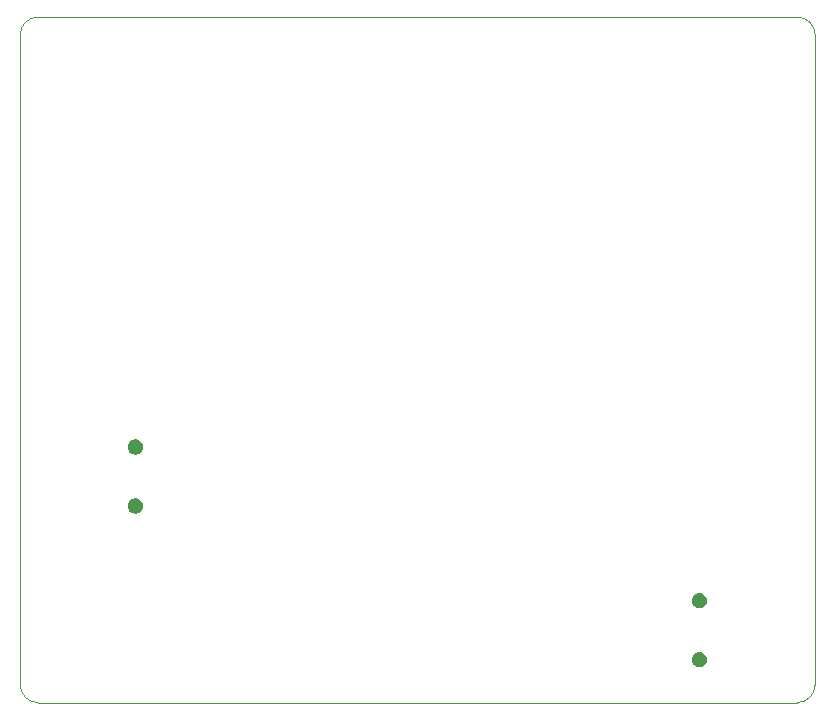
<source format=gm1>
G04 #@! TF.GenerationSoftware,KiCad,Pcbnew,9.0.3*
G04 #@! TF.CreationDate,2025-08-11T22:09:38-04:00*
G04 #@! TF.ProjectId,Class D Amplifier,436c6173-7320-4442-9041-6d706c696669,rev?*
G04 #@! TF.SameCoordinates,Original*
G04 #@! TF.FileFunction,Profile,NP*
%FSLAX46Y46*%
G04 Gerber Fmt 4.6, Leading zero omitted, Abs format (unit mm)*
G04 Created by KiCad (PCBNEW 9.0.3) date 2025-08-11 22:09:38*
%MOMM*%
%LPD*%
G01*
G04 APERTURE LIST*
G04 #@! TA.AperFunction,Profile*
%ADD10C,0.050000*%
G04 #@! TD*
G04 #@! TA.AperFunction,Profile*
%ADD11C,0.000000*%
G04 #@! TD*
G04 APERTURE END LIST*
D10*
X34800000Y-97339340D02*
G75*
G02*
X33299960Y-95839340I0J1500040D01*
G01*
X99100000Y-97339300D02*
X34800000Y-97339340D01*
X34800000Y-39300000D02*
X99100000Y-39300000D01*
X99100000Y-39300000D02*
G75*
G02*
X100600000Y-40800000I0J-1500000D01*
G01*
X100600000Y-95839300D02*
X100600000Y-40800000D01*
X33300000Y-40800000D02*
G75*
G02*
X34800000Y-39300000I1500000J0D01*
G01*
X33300000Y-95839340D02*
X33300000Y-40800000D01*
X100600000Y-95839340D02*
G75*
G02*
X99100000Y-97339300I-1500000J40D01*
G01*
D11*
G04 #@! TA.AperFunction,Profile*
G04 #@! TO.C,J2*
G36*
X43238685Y-75078489D02*
G01*
X43356408Y-75127251D01*
X43462356Y-75198043D01*
X43552457Y-75288144D01*
X43623249Y-75394092D01*
X43672011Y-75511815D01*
X43696870Y-75636789D01*
X43696870Y-75764211D01*
X43672011Y-75889185D01*
X43623249Y-76006908D01*
X43552457Y-76112856D01*
X43462356Y-76202957D01*
X43356408Y-76273749D01*
X43238685Y-76322511D01*
X43113711Y-76347370D01*
X42986289Y-76347370D01*
X42861315Y-76322511D01*
X42743592Y-76273749D01*
X42637644Y-76202957D01*
X42547543Y-76112856D01*
X42476751Y-76006908D01*
X42427989Y-75889185D01*
X42403130Y-75764211D01*
X42403130Y-75636789D01*
X42427989Y-75511815D01*
X42476751Y-75394092D01*
X42547543Y-75288144D01*
X42637644Y-75198043D01*
X42743592Y-75127251D01*
X42861315Y-75078489D01*
X42986289Y-75053630D01*
X43113711Y-75053630D01*
X43238685Y-75078489D01*
G37*
G04 #@! TD.AperFunction*
G04 #@! TA.AperFunction,Profile*
G36*
X43238685Y-80077489D02*
G01*
X43356408Y-80126251D01*
X43462356Y-80197043D01*
X43552457Y-80287144D01*
X43623249Y-80393092D01*
X43672011Y-80510815D01*
X43696870Y-80635789D01*
X43696870Y-80763211D01*
X43672011Y-80888185D01*
X43623249Y-81005908D01*
X43552457Y-81111856D01*
X43462356Y-81201957D01*
X43356408Y-81272749D01*
X43238685Y-81321511D01*
X43113711Y-81346370D01*
X42986289Y-81346370D01*
X42861315Y-81321511D01*
X42743592Y-81272749D01*
X42637644Y-81201957D01*
X42547543Y-81111856D01*
X42476751Y-81005908D01*
X42427989Y-80888185D01*
X42403130Y-80763211D01*
X42403130Y-80635789D01*
X42427989Y-80510815D01*
X42476751Y-80393092D01*
X42547543Y-80287144D01*
X42637644Y-80197043D01*
X42743592Y-80126251D01*
X42861315Y-80077489D01*
X42986289Y-80052630D01*
X43113711Y-80052630D01*
X43238685Y-80077489D01*
G37*
G04 #@! TD.AperFunction*
G04 #@! TA.AperFunction,Profile*
G04 #@! TO.C,J7*
G36*
X90988685Y-88078489D02*
G01*
X91106408Y-88127251D01*
X91212356Y-88198043D01*
X91302457Y-88288144D01*
X91373249Y-88394092D01*
X91422011Y-88511815D01*
X91446870Y-88636789D01*
X91446870Y-88764211D01*
X91422011Y-88889185D01*
X91373249Y-89006908D01*
X91302457Y-89112856D01*
X91212356Y-89202957D01*
X91106408Y-89273749D01*
X90988685Y-89322511D01*
X90863711Y-89347370D01*
X90736289Y-89347370D01*
X90611315Y-89322511D01*
X90493592Y-89273749D01*
X90387644Y-89202957D01*
X90297543Y-89112856D01*
X90226751Y-89006908D01*
X90177989Y-88889185D01*
X90153130Y-88764211D01*
X90153130Y-88636789D01*
X90177989Y-88511815D01*
X90226751Y-88394092D01*
X90297543Y-88288144D01*
X90387644Y-88198043D01*
X90493592Y-88127251D01*
X90611315Y-88078489D01*
X90736289Y-88053630D01*
X90863711Y-88053630D01*
X90988685Y-88078489D01*
G37*
G04 #@! TD.AperFunction*
G04 #@! TA.AperFunction,Profile*
G36*
X90988685Y-93077489D02*
G01*
X91106408Y-93126251D01*
X91212356Y-93197043D01*
X91302457Y-93287144D01*
X91373249Y-93393092D01*
X91422011Y-93510815D01*
X91446870Y-93635789D01*
X91446870Y-93763211D01*
X91422011Y-93888185D01*
X91373249Y-94005908D01*
X91302457Y-94111856D01*
X91212356Y-94201957D01*
X91106408Y-94272749D01*
X90988685Y-94321511D01*
X90863711Y-94346370D01*
X90736289Y-94346370D01*
X90611315Y-94321511D01*
X90493592Y-94272749D01*
X90387644Y-94201957D01*
X90297543Y-94111856D01*
X90226751Y-94005908D01*
X90177989Y-93888185D01*
X90153130Y-93763211D01*
X90153130Y-93635789D01*
X90177989Y-93510815D01*
X90226751Y-93393092D01*
X90297543Y-93287144D01*
X90387644Y-93197043D01*
X90493592Y-93126251D01*
X90611315Y-93077489D01*
X90736289Y-93052630D01*
X90863711Y-93052630D01*
X90988685Y-93077489D01*
G37*
G04 #@! TD.AperFunction*
G04 #@! TD*
M02*

</source>
